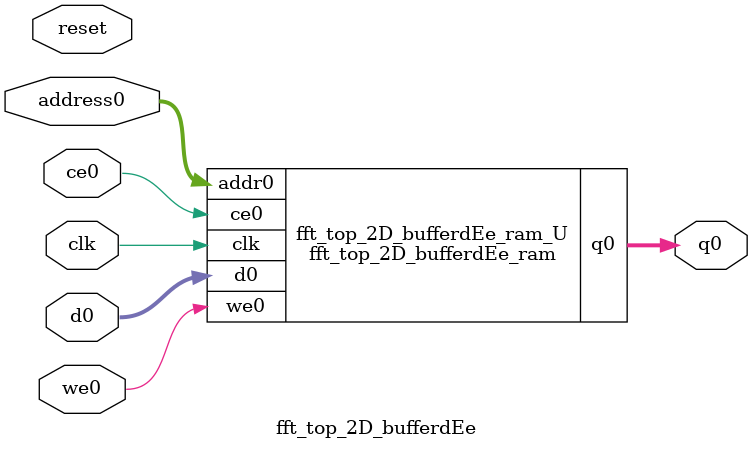
<source format=v>
`timescale 1 ns / 1 ps
module fft_top_2D_bufferdEe_ram (addr0, ce0, d0, we0, q0,  clk);

parameter DWIDTH = 64;
parameter AWIDTH = 7;
parameter MEM_SIZE = 128;

input[AWIDTH-1:0] addr0;
input ce0;
input[DWIDTH-1:0] d0;
input we0;
output reg[DWIDTH-1:0] q0;
input clk;

(* ram_style = "block" *)reg [DWIDTH-1:0] ram[0:MEM_SIZE-1];




always @(posedge clk)  
begin 
    if (ce0) begin
        if (we0) 
            ram[addr0] <= d0; 
        q0 <= ram[addr0];
    end
end


endmodule

`timescale 1 ns / 1 ps
module fft_top_2D_bufferdEe(
    reset,
    clk,
    address0,
    ce0,
    we0,
    d0,
    q0);

parameter DataWidth = 32'd64;
parameter AddressRange = 32'd128;
parameter AddressWidth = 32'd7;
input reset;
input clk;
input[AddressWidth - 1:0] address0;
input ce0;
input we0;
input[DataWidth - 1:0] d0;
output[DataWidth - 1:0] q0;



fft_top_2D_bufferdEe_ram fft_top_2D_bufferdEe_ram_U(
    .clk( clk ),
    .addr0( address0 ),
    .ce0( ce0 ),
    .we0( we0 ),
    .d0( d0 ),
    .q0( q0 ));

endmodule


</source>
